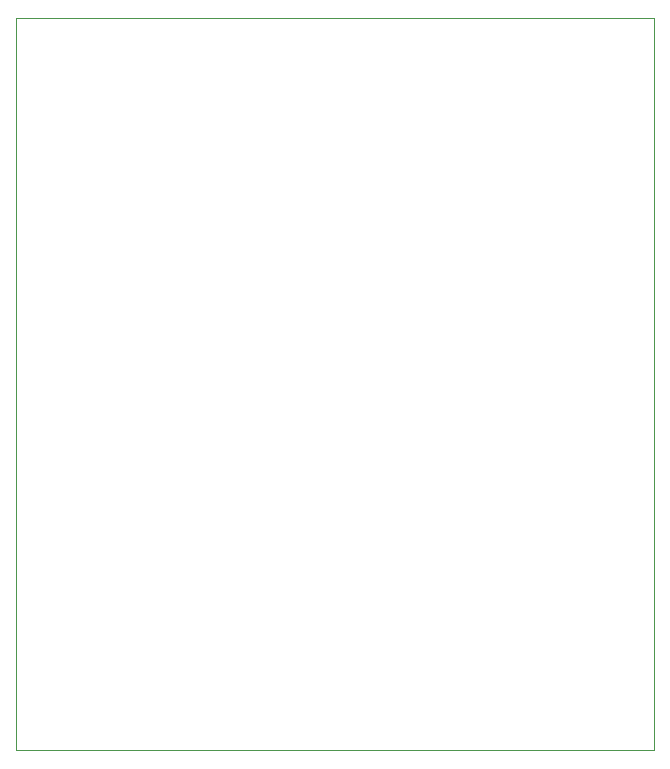
<source format=gbr>
%TF.GenerationSoftware,KiCad,Pcbnew,9.0.0*%
%TF.CreationDate,2025-04-02T21:44:06-06:00*%
%TF.ProjectId,FuzzFace2copy,46757a7a-4661-4636-9532-636f70792e6b,rev?*%
%TF.SameCoordinates,Original*%
%TF.FileFunction,Profile,NP*%
%FSLAX46Y46*%
G04 Gerber Fmt 4.6, Leading zero omitted, Abs format (unit mm)*
G04 Created by KiCad (PCBNEW 9.0.0) date 2025-04-02 21:44:06*
%MOMM*%
%LPD*%
G01*
G04 APERTURE LIST*
%TA.AperFunction,Profile*%
%ADD10C,0.050000*%
%TD*%
G04 APERTURE END LIST*
D10*
X128000000Y-28000000D02*
X182000000Y-28000000D01*
X182000000Y-90000000D01*
X128000000Y-90000000D01*
X128000000Y-28000000D01*
M02*

</source>
